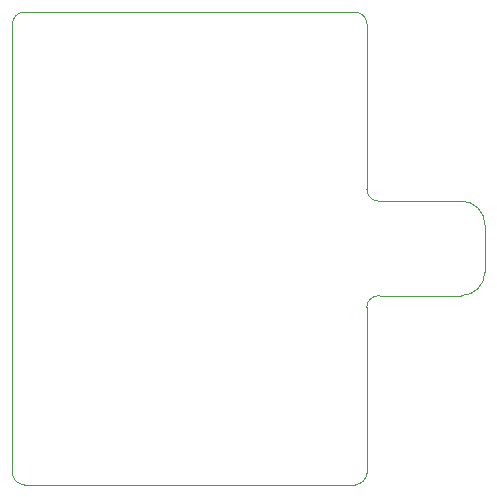
<source format=gbr>
G04 #@! TF.FileFunction,Profile,NP*
%FSLAX46Y46*%
G04 Gerber Fmt 4.6, Leading zero omitted, Abs format (unit mm)*
G04 Created by KiCad (PCBNEW 4.0.2+dfsg1-2~bpo8+1-stable) date lun 05 jun 2017 18:32:46 ART*
%MOMM*%
G01*
G04 APERTURE LIST*
%ADD10C,0.100000*%
G04 APERTURE END LIST*
D10*
X109900000Y-29200000D02*
G75*
G03X108900000Y-28200000I-1000000J0D01*
G01*
X108900000Y-68200000D02*
G75*
G03X109900000Y-67200000I0J1000000D01*
G01*
X79900000Y-67200000D02*
G75*
G03X80900000Y-68200000I1000000J0D01*
G01*
X80900000Y-28200000D02*
G75*
G03X79900000Y-29200000I0J-1000000D01*
G01*
X110999503Y-52204963D02*
G75*
G03X109900000Y-53200000I-99503J-995037D01*
G01*
X109900000Y-43200000D02*
G75*
G03X110900000Y-44200000I1000000J0D01*
G01*
X117900000Y-52200000D02*
G75*
G03X119900000Y-50200000I0J2000000D01*
G01*
X119902495Y-46200000D02*
G75*
G03X117902495Y-44199875I-2000000J125D01*
G01*
X111000000Y-52200000D02*
X117900000Y-52200000D01*
X109900000Y-67200000D02*
X109900000Y-53200000D01*
X109900000Y-43200000D02*
X109900000Y-29200000D01*
X117900000Y-44200000D02*
X110900000Y-44200000D01*
X108900000Y-28200000D02*
X80900000Y-28200000D01*
X119900000Y-50200000D02*
X119900000Y-46200000D01*
X80900000Y-68200000D02*
X108900000Y-68200000D01*
X79900000Y-29200000D02*
X79900000Y-67200000D01*
M02*

</source>
